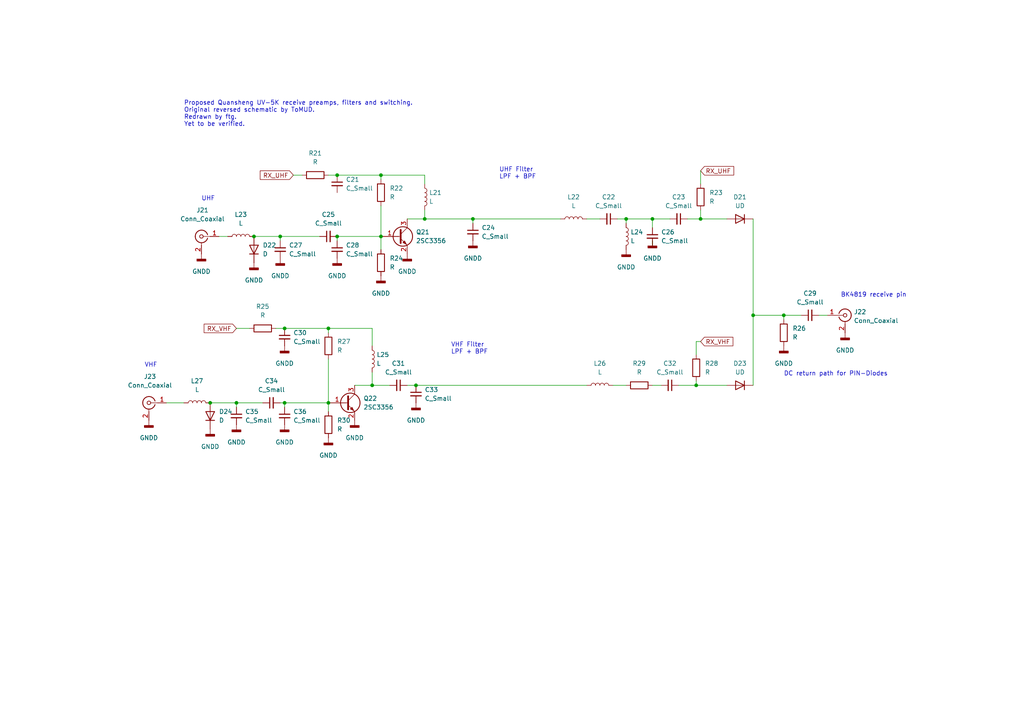
<source format=kicad_sch>
(kicad_sch (version 20230121) (generator eeschema)
  (paper "A4")
  (lib_symbols
    (symbol "UV-K5:BFR92" (pin_names (offset 0) hide)
      (property "Reference" "Q" (at 5.08 1.905 0))
      (property "Value" "BFR92" (at 5.08 0 0))
      (symbol "BFR92_0_1"
        (polyline (pts (xy 0 0) (xy 0.635 0)))
        (polyline (pts (xy 0.635 0.635) (xy 2.54 2.54)))
        (polyline (pts (xy 2.54 -2.54) (xy 0.635 -0.635)))
        (polyline (pts (xy 0.635 1.905) (xy 0.635 0) (xy 0.635 -1.905) (xy 0.635 -1.905)) (stroke (width 0.508)))
        (polyline (pts (xy 2.286 -2.286) (xy 1.778 -1.27) (xy 1.27 -1.778) (xy 2.286 -2.286) (xy 2.286 -2.286)) (fill (type outline)))
        (circle (center 1.27 0) (radius 2.8194) (stroke (width 0.254)))
      )
      (symbol "BFR92_1_1"
        (pin input line (at -5.08 0 0) (length 5.08) (name "B") (number "1"))
        (pin passive line (at 2.54 -5.08 90) (length 2.54) (name "E") (number "2"))
        (pin passive line (at 2.54 5.08 270) (length 2.54) (name "C") (number "3"))
      )
    )
    (symbol "UV-K5:C_Small" (pin_numbers hide) (pin_names (offset 0.254) hide)
      (property "Reference" "C" (at 0.254 1.778 0))
      (property "Value" "C_Small" (at 0.254 -2.032 0))
      (symbol "C_Small_0_1"
        (polyline (pts (xy -1.524 -0.508) (xy 1.524 -0.508)) (stroke (width 0.3302)))
        (polyline (pts (xy -1.524 0.508) (xy 1.524 0.508)) (stroke (width 0.3048)))
      )
      (symbol "C_Small_1_1"
        (pin passive line (at 0 2.54 270) (length 2.032) (name "~") (number "1"))
        (pin passive line (at 0 -2.54 90) (length 2.032) (name "~") (number "2"))
      )
    )
    (symbol "UV-K5:Conn_Coaxial" (pin_names (offset 1.016) hide)
      (property "Reference" "J" (at 0.254 3.048 0))
      (property "Value" "Conn_Coaxial" (at 2.921 0 90))
      (symbol "Conn_Coaxial_0_1"
        (arc (start -1.778 -0.508) (mid 0.2311 -1.8066) (end 1.778 0) (stroke (width 0.254)))
        (polyline (pts (xy -2.54 0) (xy -0.508 0)))
        (polyline (pts (xy 0 -2.54) (xy 0 -1.778)))
        (circle (center 0 0) (radius 0.508) (stroke (width 0.2032)))
        (arc (start 1.778 0) (mid 0.2099 1.8101) (end -1.778 0.508) (stroke (width 0.254)))
      )
      (symbol "Conn_Coaxial_1_1"
        (pin passive line (at -5.08 0 0) (length 2.54) (name "In") (number "1"))
        (pin passive line (at 0 -5.08 90) (length 2.54) (name "Ext") (number "2"))
      )
    )
    (symbol "UV-K5:D" (pin_numbers hide) (pin_names (offset 1.016) hide)
      (property "Reference" "D" (at 0 2.54 0))
      (property "Value" "D" (at 0 -2.54 0))
      (symbol "D_0_1"
        (polyline (pts (xy -1.27 1.27) (xy -1.27 -1.27)) (stroke (width 0.254)))
        (polyline (pts (xy 1.27 0) (xy -1.27 0)))
        (polyline (pts (xy 1.27 1.27) (xy 1.27 -1.27) (xy -1.27 0) (xy 1.27 1.27)) (stroke (width 0.254)))
      )
      (symbol "D_1_1"
        (pin passive line (at -3.81 0 0) (length 2.54) (name "K") (number "1"))
        (pin passive line (at 3.81 0 180) (length 2.54) (name "A") (number "2"))
      )
    )
    (symbol "UV-K5:L" (pin_numbers hide) (pin_names (offset 1.016) hide)
      (property "Reference" "L" (at -1.27 0 90))
      (property "Value" "L" (at 1.905 0 90))
      (symbol "L_0_1"
        (arc (start 0 -2.54) (mid 0.6323 -1.905) (end 0 -1.27))
        (arc (start 0 -1.27) (mid 0.6323 -0.635) (end 0 0))
        (arc (start 0 0) (mid 0.6323 0.635) (end 0 1.27))
        (arc (start 0 1.27) (mid 0.6323 1.905) (end 0 2.54))
      )
      (symbol "L_1_1"
        (pin passive line (at 0 3.81 270) (length 1.27) (name "1") (number "1"))
        (pin passive line (at 0 -3.81 90) (length 1.27) (name "2") (number "2"))
      )
    )
    (symbol "UV-K5:R" (pin_numbers hide) (pin_names (offset 0))
      (property "Reference" "R" (at 2.032 0 90))
      (property "Value" "R" (at 0 0 90))
      (symbol "R_0_1"
        (rectangle (start -1.016 -2.54) (end 1.016 2.54) (stroke (width 0.254)))
      )
      (symbol "R_1_1"
        (pin passive line (at 0 3.81 270) (length 1.27) (name "~") (number "1"))
        (pin passive line (at 0 -3.81 90) (length 1.27) (name "~") (number "2"))
      )
    )
    (symbol "power:GNDD" (power) (pin_names (offset 0))
      (property "Value" "GNDD" (at 0 -3.175 0))
      (symbol "GNDD_0_1"
        (rectangle (start -1.27 -1.524) (end 1.27 -2.032) (stroke (width 0.254)) (fill (type outline)))
        (polyline (pts (xy 0 0) (xy 0 -1.524)))
      )
      (symbol "GNDD_1_1"
        (pin power_in line (at 0 0 270) (length 0) hide (name "GNDD") (number "1"))
      )
    )
  )
  (junction (at 81.28 68.58))
  (junction (at 73.66 68.58))
  (junction (at 107.95 111.76))
  (junction (at 123.19 63.5))
  (junction (at 110.49 68.58))
  (junction (at 95.25 116.84))
  (junction (at 120.65 111.76))
  (junction (at 68.58 116.84))
  (junction (at 60.96 116.84))
  (junction (at 201.93 111.76))
  (junction (at 97.79 68.58))
  (junction (at 82.55 116.84))
  (junction (at 189.23 63.5))
  (junction (at 137.16 63.5))
  (junction (at 97.79 50.8))
  (junction (at 227.33 91.44))
  (junction (at 181.61 63.5))
  (junction (at 110.49 50.8))
  (junction (at 203.2 63.5))
  (junction (at 218.44 91.44))
  (junction (at 82.55 95.25))
  (junction (at 95.25 95.25))
  (wire (pts (xy 118.11 111.76) (xy 120.65 111.76)))
  (wire (pts (xy 118.11 63.5) (xy 123.19 63.5)))
  (wire (pts (xy 201.93 99.06) (xy 203.2 99.06)))
  (wire (pts (xy 227.33 92.71) (xy 227.33 91.44)))
  (wire (pts (xy 137.16 63.5) (xy 162.56 63.5)))
  (wire (pts (xy 102.87 111.76) (xy 107.95 111.76)))
  (wire (pts (xy 123.19 60.96) (xy 123.19 63.5)))
  (wire (pts (xy 218.44 63.5) (xy 218.44 91.44)))
  (wire (pts (xy 97.79 69.85) (xy 97.79 68.58)))
  (wire (pts (xy 95.25 116.84) (xy 95.25 119.38)))
  (wire (pts (xy 199.39 63.5) (xy 203.2 63.5)))
  (wire (pts (xy 82.55 95.25) (xy 95.25 95.25)))
  (wire (pts (xy 181.61 64.77) (xy 181.61 63.5)))
  (wire (pts (xy 81.28 68.58) (xy 92.71 68.58)))
  (wire (pts (xy 80.01 95.25) (xy 82.55 95.25)))
  (wire (pts (xy 179.07 63.5) (xy 181.61 63.5)))
  (wire (pts (xy 110.49 59.69) (xy 110.49 68.58)))
  (wire (pts (xy 189.23 63.5) (xy 189.23 66.04)))
  (wire (pts (xy 82.55 116.84) (xy 82.55 118.11)))
  (wire (pts (xy 81.28 116.84) (xy 82.55 116.84)))
  (wire (pts (xy 123.19 50.8) (xy 110.49 50.8)))
  (wire (pts (xy 177.8 111.76) (xy 181.61 111.76)))
  (wire (pts (xy 107.95 100.33) (xy 107.95 95.25)))
  (wire (pts (xy 73.66 68.58) (xy 81.28 68.58)))
  (wire (pts (xy 110.49 68.58) (xy 110.49 72.39)))
  (wire (pts (xy 107.95 95.25) (xy 95.25 95.25)))
  (wire (pts (xy 227.33 91.44) (xy 232.41 91.44)))
  (wire (pts (xy 76.2 116.84) (xy 68.58 116.84)))
  (wire (pts (xy 181.61 63.5) (xy 189.23 63.5)))
  (wire (pts (xy 63.5 68.58) (xy 66.04 68.58)))
  (wire (pts (xy 82.55 116.84) (xy 95.25 116.84)))
  (wire (pts (xy 203.2 63.5) (xy 210.82 63.5)))
  (wire (pts (xy 189.23 63.5) (xy 194.31 63.5)))
  (wire (pts (xy 113.03 111.76) (xy 107.95 111.76)))
  (wire (pts (xy 201.93 111.76) (xy 210.82 111.76)))
  (wire (pts (xy 97.79 68.58) (xy 110.49 68.58)))
  (wire (pts (xy 218.44 91.44) (xy 227.33 91.44)))
  (wire (pts (xy 123.19 53.34) (xy 123.19 50.8)))
  (wire (pts (xy 189.23 71.12) (xy 189.23 69.85)))
  (wire (pts (xy 68.58 95.25) (xy 72.39 95.25)))
  (wire (pts (xy 137.16 63.5) (xy 137.16 64.77)))
  (wire (pts (xy 107.95 111.76) (xy 107.95 107.95)))
  (wire (pts (xy 123.19 63.5) (xy 137.16 63.5)))
  (wire (pts (xy 203.2 60.96) (xy 203.2 63.5)))
  (wire (pts (xy 97.79 50.8) (xy 95.25 50.8)))
  (wire (pts (xy 201.93 110.49) (xy 201.93 111.76)))
  (wire (pts (xy 170.18 63.5) (xy 173.99 63.5)))
  (wire (pts (xy 81.28 68.58) (xy 81.28 69.85)))
  (wire (pts (xy 201.93 102.87) (xy 201.93 99.06)))
  (wire (pts (xy 218.44 91.44) (xy 218.44 111.76)))
  (wire (pts (xy 189.23 111.76) (xy 191.77 111.76)))
  (wire (pts (xy 237.49 91.44) (xy 240.03 91.44)))
  (wire (pts (xy 68.58 116.84) (xy 68.58 118.11)))
  (wire (pts (xy 95.25 104.14) (xy 95.25 116.84)))
  (wire (pts (xy 196.85 111.76) (xy 201.93 111.76)))
  (wire (pts (xy 95.25 95.25) (xy 95.25 96.52)))
  (wire (pts (xy 97.79 50.8) (xy 110.49 50.8)))
  (wire (pts (xy 85.09 50.8) (xy 87.63 50.8)))
  (wire (pts (xy 120.65 111.76) (xy 170.18 111.76)))
  (wire (pts (xy 60.96 116.84) (xy 68.58 116.84)))
  (wire (pts (xy 203.2 49.53) (xy 203.2 53.34)))
  (wire (pts (xy 110.49 50.8) (xy 110.49 52.07)))
  (wire (pts (xy 48.26 116.84) (xy 53.34 116.84)))
  (text "BK4819 receive pin\n" (at 243.84 86.36 0) (effects (font (size 1.27 1.27)) (justify left bottom)))
  (text "UHF Filter\nLPF + BPF" (at 144.78 52.07 0) (effects (font (size 1.27 1.27)) (justify left bottom)))
  (text "VHF\n" (at 41.91 106.68 0) (effects (font (size 1.27 1.27)) (justify left bottom)))
  (text "UHF\n" (at 58.42 58.42 0) (effects (font (size 1.27 1.27)) (justify left bottom)))
  (text "DC return path for PIN-Diodes\n" (at 227.33 109.22 0) (effects (font (size 1.27 1.27)) (justify left bottom)))
  (text "Proposed Quansheng UV-5K receive preamps, filters and switching.\nOriginal reversed schematic by ToMUD.\nRedrawn by ftg.\nYet to be verified." (at 53.34 36.83 0) (effects (font (size 1.27 1.27)) (justify left bottom)))
  (text "VHF Filter\nLPF + BPF" (at 130.81 102.87 0) (effects (font (size 1.27 1.27)) (justify left bottom)))
  (global_label "RX_UHF" (shape input) (at 203.2 49.53 0) (property "Intersheetrefs" "${INTERSHEET_REFS}" (at 212.8098 49.4506 0) (effects (justify left))))
  (global_label "RX_UHF" (shape input) (at 85.09 50.8 180) (property "Intersheetrefs" "${INTERSHEET_REFS}" (at 75.4802 50.7206 0) (effects (justify right))))
  (global_label "RX_VHF" (shape input) (at 203.2 99.06 0) (property "Intersheetrefs" "${INTERSHEET_REFS}" (at 212.5679 98.9806 0) (effects (justify left))))
  (global_label "RX_VHF" (shape input) (at 68.58 95.25 180) (property "Intersheetrefs" "${INTERSHEET_REFS}" (at 59.2121 95.1706 0) (effects (justify right))))
  (symbol (lib_id "power:GNDD") (at 81.28 74.93 0) (unit 1)
    (property "Reference" "#PWR026" (effects hide))
    (property "Value" "GNDD" (at 81.28 80.01 0))
  )
  (symbol (lib_id "UV-K5:BFR92") (at 115.57 68.58 0) (unit 1)
    (property "Reference" "Q21" (at 120.65 67.3099 0) (effects (justify left)))
    (property "Value" "2SC3356" (at 120.65 69.8499 0) (effects (justify left)))
    (property "Footprint" "Package_TO_SOT_SMD:SOT-323_SC-70" (effects hide))
    (property "Datasheet" "https://assets.nexperia.com/documents/data-sheet/BFR92A_N.pdf" (effects hide))
  )
  (symbol (lib_id "UV-K5:C_Small") (at 82.55 97.79 0) (unit 1)
    (property "Reference" "C30" (at 85.09 96.5262 0) (effects (justify left)))
    (property "Value" "C_Small" (at 85.09 99.0662 0) (effects (justify left)))
  )
  (symbol (lib_id "UV-K5:Conn_Coaxial") (at 58.42 68.58 0) (mirror y) (unit 1)
    (property "Reference" "J21" (at 58.7374 60.96 0))
    (property "Value" "Conn_Coaxial" (at 58.7374 63.5 0))
    (property "Datasheet" " ~" (effects hide))
  )
  (symbol (lib_id "UV-K5:R") (at 91.44 50.8 90) (unit 1)
    (property "Reference" "R21" (at 91.44 44.45 90))
    (property "Value" "R" (at 91.44 46.99 90))
  )
  (symbol (lib_id "UV-K5:C_Small") (at 189.23 68.58 0) (unit 1)
    (property "Reference" "C26" (at 191.77 67.3162 0) (effects (justify left)))
    (property "Value" "C_Small" (at 191.77 69.8562 0) (effects (justify left)))
  )
  (symbol (lib_id "UV-K5:R") (at 95.25 123.19 0) (unit 1)
    (property "Reference" "R30" (at 97.79 121.9199 0) (effects (justify left)))
    (property "Value" "R" (at 97.79 124.4599 0) (effects (justify left)))
  )
  (symbol (lib_id "UV-K5:Conn_Coaxial") (at 43.18 116.84 0) (mirror y) (unit 1)
    (property "Reference" "J23" (at 43.4974 109.22 0))
    (property "Value" "Conn_Coaxial" (at 43.4974 111.76 0))
    (property "Datasheet" " ~" (effects hide))
  )
  (symbol (lib_id "UV-K5:BFR92") (at 100.33 116.84 0) (unit 1)
    (property "Reference" "Q22" (at 105.41 115.5699 0) (effects (justify left)))
    (property "Value" "2SC3356" (at 105.41 118.1099 0) (effects (justify left)))
    (property "Footprint" "Package_TO_SOT_SMD:SOT-323_SC-70" (effects hide))
    (property "Datasheet" "https://assets.nexperia.com/documents/data-sheet/BFR92A_N.pdf" (effects hide))
  )
  (symbol (lib_id "power:GNDD") (at 102.87 121.92 0) (unit 1)
    (property "Reference" "#PWR035" (effects hide))
    (property "Value" "GNDD" (at 102.87 127 0))
  )
  (symbol (lib_id "power:GNDD") (at 227.33 100.33 0) (unit 1)
    (property "Reference" "#PWR032" (effects hide))
    (property "Value" "GNDD" (at 227.33 105.41 0))
  )
  (symbol (lib_id "power:GNDD") (at 97.79 74.93 0) (unit 1)
    (property "Reference" "#PWR027" (effects hide))
    (property "Value" "GNDD" (at 97.79 80.01 0))
  )
  (symbol (lib_id "UV-K5:R") (at 110.49 55.88 0) (unit 1)
    (property "Reference" "R22" (at 113.03 54.6099 0) (effects (justify left)))
    (property "Value" "R" (at 113.03 57.1499 0) (effects (justify left)))
  )
  (symbol (lib_id "UV-K5:C_Small") (at 196.85 63.5 270) (unit 1)
    (property "Reference" "C23" (at 196.8436 57.15 90))
    (property "Value" "C_Small" (at 196.8436 59.69 90))
  )
  (symbol (lib_id "power:GNDD") (at 110.49 80.01 0) (unit 1)
    (property "Reference" "#PWR029" (effects hide))
    (property "Value" "GNDD" (at 110.49 85.09 0))
  )
  (symbol (lib_id "UV-K5:R") (at 185.42 111.76 90) (unit 1)
    (property "Reference" "R29" (at 185.42 105.41 90))
    (property "Value" "R" (at 185.42 107.95 90))
  )
  (symbol (lib_id "UV-K5:C_Small") (at 97.79 72.39 0) (unit 1)
    (property "Reference" "C28" (at 100.33 71.1262 0) (effects (justify left)))
    (property "Value" "C_Small" (at 100.33 73.6662 0) (effects (justify left)))
  )
  (symbol (lib_id "UV-K5:R") (at 201.93 106.68 180) (unit 1)
    (property "Reference" "R28" (at 204.47 105.4099 0) (effects (justify right)))
    (property "Value" "R" (at 204.47 107.9499 0) (effects (justify right)))
  )
  (symbol (lib_id "UV-K5:D") (at 60.96 120.65 270) (mirror x) (unit 1)
    (property "Reference" "D24" (at 63.5 119.3799 90) (effects (justify left)))
    (property "Value" "D" (at 63.5 121.9199 90) (effects (justify left)))
  )
  (symbol (lib_id "power:GNDD") (at 95.25 127 0) (unit 1)
    (property "Reference" "#PWR039" (effects hide))
    (property "Value" "GNDD" (at 95.25 132.08 0))
  )
  (symbol (lib_id "power:GNDD") (at 120.65 116.84 0) (unit 1)
    (property "Reference" "#PWR033" (effects hide))
    (property "Value" "GNDD" (at 120.65 121.92 0))
  )
  (symbol (lib_id "UV-K5:C_Small") (at 95.25 68.58 90) (unit 1)
    (property "Reference" "C25" (at 95.25 62.23 90))
    (property "Value" "C_Small" (at 95.2563 64.77 90))
  )
  (symbol (lib_id "power:GNDD") (at 73.66 76.2 0) (unit 1)
    (property "Reference" "#PWR028" (effects hide))
    (property "Value" "GNDD" (at 73.66 81.28 0))
  )
  (symbol (lib_id "UV-K5:R") (at 95.25 100.33 0) (unit 1)
    (property "Reference" "R27" (at 97.79 99.0599 0) (effects (justify left)))
    (property "Value" "R" (at 97.79 101.5999 0) (effects (justify left)))
  )
  (symbol (lib_id "UV-K5:C_Small") (at 82.55 120.65 0) (unit 1)
    (property "Reference" "C36" (at 85.09 119.3862 0) (effects (justify left)))
    (property "Value" "C_Small" (at 85.09 121.9262 0) (effects (justify left)))
  )
  (symbol (lib_id "power:GNDD") (at 58.42 73.66 0) (unit 1)
    (property "Reference" "#PWR024" (effects hide))
    (property "Value" "GNDD" (at 58.42 78.74 0))
  )
  (symbol (lib_id "UV-K5:R") (at 227.33 96.52 180) (unit 1)
    (property "Reference" "R26" (at 229.87 95.2499 0) (effects (justify right)))
    (property "Value" "R" (at 229.87 97.7899 0) (effects (justify right)))
  )
  (symbol (lib_id "power:GNDD") (at 118.11 73.66 0) (unit 1)
    (property "Reference" "#PWR025" (effects hide))
    (property "Value" "GNDD" (at 118.11 78.74 0))
  )
  (symbol (lib_id "UV-K5:C_Small") (at 176.53 63.5 270) (unit 1)
    (property "Reference" "C22" (at 176.5236 57.15 90))
    (property "Value" "C_Small" (at 176.5236 59.69 90))
  )
  (symbol (lib_id "UV-K5:C_Small") (at 194.31 111.76 270) (unit 1)
    (property "Reference" "C32" (at 194.3036 105.41 90))
    (property "Value" "C_Small" (at 194.3036 107.95 90))
  )
  (symbol (lib_id "UV-K5:C_Small") (at 78.74 116.84 90) (unit 1)
    (property "Reference" "C34" (at 78.74 110.49 90))
    (property "Value" "C_Small" (at 78.7463 113.03 90))
  )
  (symbol (lib_id "UV-K5:R") (at 76.2 95.25 90) (unit 1)
    (property "Reference" "R25" (at 76.2 88.9 90))
    (property "Value" "R" (at 76.2 91.44 90))
  )
  (symbol (lib_id "UV-K5:Conn_Coaxial") (at 245.11 91.44 0) (unit 1)
    (property "Reference" "J22" (at 247.65 90.4631 0) (effects (justify left)))
    (property "Value" "Conn_Coaxial" (at 247.65 93.0031 0) (effects (justify left)))
    (property "Datasheet" " ~" (effects hide))
  )
  (symbol (lib_id "power:GNDD") (at 68.58 123.19 0) (unit 1)
    (property "Reference" "#PWR036" (effects hide))
    (property "Value" "GNDD" (at 68.58 128.27 0))
  )
  (symbol (lib_id "UV-K5:C_Small") (at 81.28 72.39 0) (unit 1)
    (property "Reference" "C27" (at 83.82 71.1262 0) (effects (justify left)))
    (property "Value" "C_Small" (at 83.82 73.6662 0) (effects (justify left)))
  )
  (symbol (lib_id "power:GNDD") (at 189.23 69.85 0) (unit 1)
    (property "Reference" "#PWR022" (effects hide))
    (property "Value" "GNDD" (at 189.23 74.93 0))
  )
  (symbol (lib_id "UV-K5:C_Small") (at 137.16 67.31 0) (unit 1)
    (property "Reference" "C24" (at 139.7 66.0462 0) (effects (justify left)))
    (property "Value" "C_Small" (at 139.7 68.5862 0) (effects (justify left)))
  )
  (symbol (lib_id "UV-K5:L") (at 123.19 57.15 0) (unit 1)
    (property "Reference" "L21" (at 124.46 55.8799 0) (effects (justify left)))
    (property "Value" "L" (at 124.46 58.4199 0) (effects (justify left)))
  )
  (symbol (lib_id "power:GNDD") (at 60.96 124.46 0) (unit 1)
    (property "Reference" "#PWR038" (effects hide))
    (property "Value" "GNDD" (at 60.96 129.54 0))
  )
  (symbol (lib_id "power:GNDD") (at 181.61 72.39 0) (unit 1)
    (property "Reference" "#PWR023" (effects hide))
    (property "Value" "GNDD" (at 181.61 77.47 0))
  )
  (symbol (lib_id "UV-K5:C_Small") (at 97.79 53.34 0) (unit 1)
    (property "Reference" "C21" (at 100.33 52.0762 0) (effects (justify left)))
    (property "Value" "C_Small" (at 100.33 54.6162 0) (effects (justify left)))
  )
  (symbol (lib_id "power:GNDD") (at 245.11 96.52 0) (unit 1)
    (property "Reference" "#PWR030" (effects hide))
    (property "Value" "GNDD" (at 245.11 101.6 0))
  )
  (symbol (lib_id "power:GNDD") (at 82.55 123.19 0) (unit 1)
    (property "Reference" "#PWR037" (effects hide))
    (property "Value" "GNDD" (at 82.55 128.27 0))
  )
  (symbol (lib_id "UV-K5:L") (at 181.61 68.58 0) (unit 1)
    (property "Reference" "L24" (at 182.88 67.3099 0) (effects (justify left)))
    (property "Value" "L" (at 182.88 69.8499 0) (effects (justify left)))
  )
  (symbol (lib_id "UV-K5:R") (at 110.49 76.2 0) (unit 1)
    (property "Reference" "R24" (at 113.03 74.9299 0) (effects (justify left)))
    (property "Value" "R" (at 113.03 77.4699 0) (effects (justify left)))
  )
  (symbol (lib_id "UV-K5:L") (at 173.99 111.76 90) (unit 1)
    (property "Reference" "L26" (at 173.99 105.41 90))
    (property "Value" "L" (at 173.99 107.95 90))
  )
  (symbol (lib_id "UV-K5:R") (at 203.2 57.15 180) (unit 1)
    (property "Reference" "R23" (at 205.74 55.8799 0) (effects (justify right)))
    (property "Value" "R" (at 205.74 58.4199 0) (effects (justify right)))
  )
  (symbol (lib_id "UV-K5:D") (at 73.66 72.39 270) (mirror x) (unit 1)
    (property "Reference" "D22" (at 76.2 71.1199 90) (effects (justify left)))
    (property "Value" "D" (at 76.2 73.6599 90) (effects (justify left)))
  )
  (symbol (lib_id "UV-K5:C_Small") (at 68.58 120.65 0) (unit 1)
    (property "Reference" "C35" (at 71.12 119.3862 0) (effects (justify left)))
    (property "Value" "C_Small" (at 71.12 121.9262 0) (effects (justify left)))
  )
  (symbol (lib_id "UV-K5:L") (at 57.15 116.84 90) (unit 1)
    (property "Reference" "L27" (at 57.15 110.49 90))
    (property "Value" "L" (at 57.15 113.03 90))
  )
  (symbol (lib_id "power:GNDD") (at 137.16 69.85 0) (unit 1)
    (property "Reference" "#PWR021" (effects hide))
    (property "Value" "GNDD" (at 137.16 74.93 0))
  )
  (symbol (lib_id "power:GNDD") (at 43.18 121.92 0) (unit 1)
    (property "Reference" "#PWR034" (effects hide))
    (property "Value" "GNDD" (at 43.18 127 0))
  )
  (symbol (lib_id "UV-K5:C_Small") (at 234.95 91.44 90) (unit 1)
    (property "Reference" "C29" (at 234.9563 85.09 90))
    (property "Value" "C_Small" (at 234.9563 87.63 90))
  )
  (symbol (lib_id "UV-K5:L") (at 69.85 68.58 90) (unit 1)
    (property "Reference" "L23" (at 69.85 62.23 90))
    (property "Value" "L" (at 69.85 64.77 90))
  )
  (symbol (lib_id "UV-K5:D") (at 214.63 111.76 0) (mirror y) (unit 1)
    (property "Reference" "D23" (at 214.63 105.41 0))
    (property "Value" "UD" (at 214.63 107.95 0))
  )
  (symbol (lib_id "power:GNDD") (at 82.55 100.33 0) (unit 1)
    (property "Reference" "#PWR031" (effects hide))
    (property "Value" "GNDD" (at 82.55 105.41 0))
  )
  (symbol (lib_id "UV-K5:D") (at 214.63 63.5 0) (mirror y) (unit 1)
    (property "Reference" "D21" (at 214.63 57.15 0))
    (property "Value" "UD" (at 214.63 59.69 0))
  )
  (symbol (lib_id "UV-K5:L") (at 166.37 63.5 90) (unit 1)
    (property "Reference" "L22" (at 166.37 57.15 90))
    (property "Value" "L" (at 166.37 59.69 90))
  )
  (symbol (lib_id "UV-K5:C_Small") (at 115.57 111.76 270) (unit 1)
    (property "Reference" "C31" (at 115.5636 105.41 90))
    (property "Value" "C_Small" (at 115.5636 107.95 90))
  )
  (symbol (lib_id "UV-K5:C_Small") (at 120.65 114.3 0) (unit 1)
    (property "Reference" "C33" (at 123.19 113.0362 0) (effects (justify left)))
    (property "Value" "C_Small" (at 123.19 115.5762 0) (effects (justify left)))
  )
  (symbol (lib_id "UV-K5:L") (at 107.95 104.14 0) (unit 1)
    (property "Reference" "L25" (at 109.22 102.8699 0) (effects (justify left)))
    (property "Value" "L" (at 109.22 105.4099 0) (effects (justify left)))
  )
)
</source>
